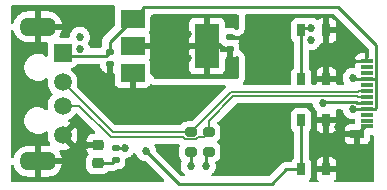
<source format=gbr>
%TF.GenerationSoftware,KiCad,Pcbnew,(6.0.7)*%
%TF.CreationDate,2023-02-04T21:02:38-08:00*%
%TF.ProjectId,ESP_Module,4553505f-4d6f-4647-956c-652e6b696361,rev?*%
%TF.SameCoordinates,Original*%
%TF.FileFunction,Copper,L4,Bot*%
%TF.FilePolarity,Positive*%
%FSLAX46Y46*%
G04 Gerber Fmt 4.6, Leading zero omitted, Abs format (unit mm)*
G04 Created by KiCad (PCBNEW (6.0.7)) date 2023-02-04 21:02:38*
%MOMM*%
%LPD*%
G01*
G04 APERTURE LIST*
G04 Aperture macros list*
%AMRoundRect*
0 Rectangle with rounded corners*
0 $1 Rounding radius*
0 $2 $3 $4 $5 $6 $7 $8 $9 X,Y pos of 4 corners*
0 Add a 4 corners polygon primitive as box body*
4,1,4,$2,$3,$4,$5,$6,$7,$8,$9,$2,$3,0*
0 Add four circle primitives for the rounded corners*
1,1,$1+$1,$2,$3*
1,1,$1+$1,$4,$5*
1,1,$1+$1,$6,$7*
1,1,$1+$1,$8,$9*
0 Add four rect primitives between the rounded corners*
20,1,$1+$1,$2,$3,$4,$5,0*
20,1,$1+$1,$4,$5,$6,$7,0*
20,1,$1+$1,$6,$7,$8,$9,0*
20,1,$1+$1,$8,$9,$2,$3,0*%
G04 Aperture macros list end*
%TA.AperFunction,ComponentPad*%
%ADD10R,1.508000X1.508000*%
%TD*%
%TA.AperFunction,ComponentPad*%
%ADD11C,1.508000*%
%TD*%
%TA.AperFunction,ComponentPad*%
%ADD12O,3.150000X1.575000*%
%TD*%
%TA.AperFunction,SMDPad,CuDef*%
%ADD13R,0.650000X1.050000*%
%TD*%
%TA.AperFunction,SMDPad,CuDef*%
%ADD14RoundRect,0.218750X-0.256250X0.218750X-0.256250X-0.218750X0.256250X-0.218750X0.256250X0.218750X0*%
%TD*%
%TA.AperFunction,SMDPad,CuDef*%
%ADD15RoundRect,0.200000X0.275000X-0.200000X0.275000X0.200000X-0.275000X0.200000X-0.275000X-0.200000X0*%
%TD*%
%TA.AperFunction,SMDPad,CuDef*%
%ADD16R,1.000000X0.380000*%
%TD*%
%TA.AperFunction,SMDPad,CuDef*%
%ADD17R,1.150000X0.700000*%
%TD*%
%TA.AperFunction,SMDPad,CuDef*%
%ADD18R,2.000000X1.500000*%
%TD*%
%TA.AperFunction,SMDPad,CuDef*%
%ADD19R,2.000000X3.800000*%
%TD*%
%TA.AperFunction,SMDPad,CuDef*%
%ADD20RoundRect,0.135000X-0.185000X0.135000X-0.185000X-0.135000X0.185000X-0.135000X0.185000X0.135000X0*%
%TD*%
%TA.AperFunction,SMDPad,CuDef*%
%ADD21RoundRect,0.140000X-0.170000X0.140000X-0.170000X-0.140000X0.170000X-0.140000X0.170000X0.140000X0*%
%TD*%
%TA.AperFunction,SMDPad,CuDef*%
%ADD22RoundRect,0.140000X0.170000X-0.140000X0.170000X0.140000X-0.170000X0.140000X-0.170000X-0.140000X0*%
%TD*%
%TA.AperFunction,ViaPad*%
%ADD23C,0.685800*%
%TD*%
%TA.AperFunction,Conductor*%
%ADD24C,0.254000*%
%TD*%
%TA.AperFunction,Conductor*%
%ADD25C,0.152400*%
%TD*%
G04 APERTURE END LIST*
D10*
%TO.P,J1,1,VCC*%
%TO.N,+5V*%
X120464000Y-101910000D03*
D11*
%TO.P,J1,2,D-*%
%TO.N,USB_D-*%
X120464000Y-104410000D03*
%TO.P,J1,3,D+*%
%TO.N,USB_D+*%
X120464000Y-106410000D03*
%TO.P,J1,4,GND*%
%TO.N,GND*%
X120464000Y-108910000D03*
D12*
%TO.P,J1,S1,SHIELD*%
X118364000Y-99710000D03*
%TO.P,J1,S2,SHIELD*%
X118364000Y-111110000D03*
%TD*%
D13*
%TO.P,SW2,1,A*%
%TO.N,MCU_BOOT*%
X140657000Y-111803000D03*
X140657000Y-107653000D03*
%TO.P,SW2,2,B*%
%TO.N,GND*%
X142807000Y-107653000D03*
X142807000Y-111803000D03*
%TD*%
D14*
%TO.P,D1,1,K*%
%TO.N,GND*%
X123444000Y-109702500D03*
%TO.P,D1,2,A*%
%TO.N,Net-(D1-Pad2)*%
X123444000Y-111277500D03*
%TD*%
D15*
%TO.P,R1,1*%
%TO.N,/MCU_D-*%
X131318000Y-110299000D03*
%TO.P,R1,2*%
%TO.N,USB_D-*%
X131318000Y-108649000D03*
%TD*%
D16*
%TO.P,P1,A1,GND*%
%TO.N,GND*%
X146264000Y-108160000D03*
%TO.P,P1,A2,TX1+*%
%TO.N,unconnected-(P1-PadA2)*%
X146264000Y-107660000D03*
%TO.P,P1,A3,TX1-*%
%TO.N,unconnected-(P1-PadA3)*%
X146264000Y-107160000D03*
%TO.P,P1,A4,VBUS*%
%TO.N,+5V*%
X146264000Y-106660000D03*
%TO.P,P1,A5,CC*%
%TO.N,Net-(P1-PadA5)*%
X146264000Y-106160000D03*
%TO.P,P1,A6,D+*%
%TO.N,USB_D+*%
X146264000Y-105660000D03*
%TO.P,P1,A7,D-*%
%TO.N,USB_D-*%
X146264000Y-105160000D03*
%TO.P,P1,A8,SBU1*%
%TO.N,unconnected-(P1-PadA8)*%
X146264000Y-104660000D03*
%TO.P,P1,A9,VBUS*%
%TO.N,+5V*%
X146264000Y-104160000D03*
%TO.P,P1,A10,RX2-*%
%TO.N,unconnected-(P1-PadA10)*%
X146264000Y-103660000D03*
%TO.P,P1,A11,RX2+*%
%TO.N,unconnected-(P1-PadA11)*%
X146264000Y-103160000D03*
%TO.P,P1,A12,GND*%
%TO.N,GND*%
X146264000Y-102660000D03*
D17*
%TO.P,P1,S1,SHIELD*%
X145424000Y-108830000D03*
%TD*%
D18*
%TO.P,U1,1,GND*%
%TO.N,GND*%
X126390000Y-103646000D03*
D19*
%TO.P,U1,2,VO*%
%TO.N,+3V3*%
X132690000Y-101346000D03*
D18*
X126390000Y-101346000D03*
%TO.P,U1,3,VI*%
%TO.N,+5V*%
X126390000Y-99046000D03*
%TD*%
D20*
%TO.P,R6,1*%
%TO.N,+3V3*%
X124968000Y-109980000D03*
%TO.P,R6,2*%
%TO.N,Net-(D1-Pad2)*%
X124968000Y-111000000D03*
%TD*%
D21*
%TO.P,C3,2*%
%TO.N,GND*%
X124460000Y-102842000D03*
%TO.P,C3,1*%
%TO.N,+5V*%
X124460000Y-101882000D03*
%TD*%
D22*
%TO.P,C4,1*%
%TO.N,+3V3*%
X134620000Y-101572000D03*
%TO.P,C4,2*%
%TO.N,GND*%
X134620000Y-100612000D03*
%TD*%
D13*
%TO.P,SW1,1,A*%
%TO.N,MCU_EN*%
X140657000Y-104183000D03*
X140657000Y-100033000D03*
%TO.P,SW1,2,B*%
%TO.N,GND*%
X142807000Y-100033000D03*
X142807000Y-104183000D03*
%TD*%
D15*
%TO.P,R2,1*%
%TO.N,/MCU_D+*%
X132842000Y-110299000D03*
%TO.P,R2,2*%
%TO.N,USB_D+*%
X132842000Y-108649000D03*
%TD*%
D23*
%TO.N,GND*%
X143764000Y-102108000D03*
X143764000Y-108204000D03*
%TO.N,Net-(P1-PadA5)*%
X142494000Y-106172000D03*
%TO.N,+3V3*%
X121920000Y-100584000D03*
X134620000Y-102362000D03*
X128270000Y-102362000D03*
X128270000Y-101346000D03*
X131064000Y-101346000D03*
X131064000Y-102362000D03*
X121920000Y-101600000D03*
X125730000Y-109982000D03*
X141478000Y-100838000D03*
X131064000Y-100330000D03*
X128270000Y-100330000D03*
%TO.N,GND*%
X122428000Y-109728000D03*
X126238000Y-106426000D03*
X136906000Y-103632000D03*
X136906000Y-100330000D03*
X134620000Y-108966000D03*
X136906000Y-101854000D03*
X129540000Y-109982000D03*
X144272000Y-110490000D03*
X136906000Y-108966000D03*
X144272000Y-100330000D03*
X136906000Y-110490000D03*
X136906000Y-107442000D03*
X122936000Y-104394000D03*
%TO.N,+5V*%
X145036051Y-104063600D03*
X145034000Y-106680000D03*
%TO.N,/MCU_D-*%
X131318000Y-111506000D03*
%TO.N,/MCU_D+*%
X132588000Y-111506000D03*
%TO.N,MCU_EN*%
X141478000Y-99822000D03*
%TO.N,MCU_BOOT*%
X127508000Y-110236000D03*
%TD*%
D24*
%TO.N,Net-(P1-PadA5)*%
X142582900Y-106083100D02*
X142494000Y-106172000D01*
X145281245Y-106083100D02*
X142582900Y-106083100D01*
X145358145Y-106160000D02*
X145281245Y-106083100D01*
X146264000Y-106160000D02*
X145358145Y-106160000D01*
%TO.N,+3V3*%
X134620000Y-101572000D02*
X134620000Y-102362000D01*
X125728000Y-109980000D02*
X125730000Y-109982000D01*
X124968000Y-109980000D02*
X125728000Y-109980000D01*
%TO.N,GND*%
X123444000Y-109702500D02*
X122453500Y-109702500D01*
X146094000Y-108160000D02*
X145424000Y-108830000D01*
X142807000Y-100033000D02*
X142807000Y-104183000D01*
X122453500Y-109702500D02*
X122428000Y-109728000D01*
X146264000Y-108160000D02*
X146094000Y-108160000D01*
X146264000Y-102660000D02*
X144824000Y-102660000D01*
X142807000Y-111803000D02*
X142807000Y-107653000D01*
%TO.N,+5V*%
X145132451Y-104160000D02*
X145036051Y-104063600D01*
X146962000Y-106660000D02*
X146264000Y-106660000D01*
X146962000Y-104160000D02*
X147018000Y-104216000D01*
X120464000Y-101910000D02*
X120750900Y-102196900D01*
X127392000Y-98044000D02*
X143764000Y-98044000D01*
X146264000Y-106660000D02*
X145054000Y-106660000D01*
X147018000Y-104696000D02*
X147018000Y-106604000D01*
X146264000Y-104160000D02*
X146962000Y-104160000D01*
X147018000Y-101298000D02*
X147018000Y-104696000D01*
X147018000Y-104216000D02*
X147018000Y-104696000D01*
X143764000Y-98044000D02*
X147018000Y-101298000D01*
X120750900Y-102196900D02*
X124145100Y-102196900D01*
X124145100Y-102196900D02*
X124460000Y-101882000D01*
X126390000Y-99046000D02*
X127392000Y-98044000D01*
X124460000Y-100976000D02*
X126390000Y-99046000D01*
X124460000Y-101882000D02*
X124460000Y-100976000D01*
X146264000Y-104160000D02*
X145132451Y-104160000D01*
X147018000Y-106604000D02*
X146962000Y-106660000D01*
X145054000Y-106660000D02*
X145034000Y-106680000D01*
D25*
%TO.N,USB_D+*%
X132842000Y-107699737D02*
X134928537Y-105613200D01*
X131760011Y-109252200D02*
X131956811Y-109055400D01*
X131956811Y-109055400D02*
X132435600Y-109055400D01*
X132435600Y-109055400D02*
X132842000Y-108649000D01*
X134928537Y-105613200D02*
X145467199Y-105613200D01*
X130875989Y-109252200D02*
X131760011Y-109252200D01*
X130679189Y-109055400D02*
X130875989Y-109252200D01*
X120464000Y-106410000D02*
X121889263Y-106410000D01*
X145513999Y-105660000D02*
X146264000Y-105660000D01*
X132842000Y-108649000D02*
X132842000Y-107699737D01*
X145467199Y-105613200D02*
X145513999Y-105660000D01*
X124534663Y-109055400D02*
X130679189Y-109055400D01*
X121889263Y-106410000D02*
X124534663Y-109055400D01*
%TO.N,USB_D-*%
X145467199Y-105206800D02*
X145513999Y-105160000D01*
X124703000Y-108649000D02*
X131318000Y-108649000D01*
X120464000Y-104410000D02*
X124703000Y-108649000D01*
X145513999Y-105160000D02*
X146264000Y-105160000D01*
X134760200Y-105206800D02*
X145467199Y-105206800D01*
X131318000Y-108649000D02*
X134760200Y-105206800D01*
D24*
%TO.N,/MCU_D-*%
X131318000Y-111506000D02*
X131318000Y-110299000D01*
%TO.N,/MCU_D+*%
X132588000Y-111506000D02*
X132588000Y-110553000D01*
X132588000Y-110553000D02*
X132842000Y-110299000D01*
%TO.N,MCU_EN*%
X140868000Y-99822000D02*
X140657000Y-100033000D01*
X140657000Y-104183000D02*
X140657000Y-100033000D01*
X141478000Y-99822000D02*
X140868000Y-99822000D01*
%TO.N,MCU_BOOT*%
X139403000Y-111803000D02*
X140657000Y-111803000D01*
X140657000Y-107653000D02*
X140657000Y-111803000D01*
X138176000Y-113030000D02*
X139403000Y-111803000D01*
X127508000Y-110236000D02*
X130302000Y-113030000D01*
X130302000Y-113030000D02*
X138176000Y-113030000D01*
%TO.N,Net-(D1-Pad2)*%
X124690500Y-111277500D02*
X124968000Y-111000000D01*
X123444000Y-111277500D02*
X124690500Y-111277500D01*
%TD*%
%TA.AperFunction,Conductor*%
%TO.N,GND*%
G36*
X141595302Y-106217902D02*
G01*
X141641795Y-106271558D01*
X141652491Y-106310728D01*
X141656618Y-106349991D01*
X141711923Y-106520203D01*
X141715226Y-106525925D01*
X141715227Y-106525926D01*
X141715598Y-106526568D01*
X141801409Y-106675197D01*
X141805827Y-106680104D01*
X141805828Y-106680105D01*
X141883537Y-106766410D01*
X141921164Y-106808199D01*
X141952162Y-106830721D01*
X141995516Y-106886941D01*
X142001592Y-106957677D01*
X141996083Y-106976885D01*
X141983522Y-107010391D01*
X141979895Y-107025649D01*
X141974369Y-107076514D01*
X141974000Y-107083328D01*
X141974000Y-107380885D01*
X141978475Y-107396124D01*
X141979865Y-107397329D01*
X141987548Y-107399000D01*
X143621884Y-107399000D01*
X143637123Y-107394525D01*
X143638328Y-107393135D01*
X143639999Y-107385452D01*
X143639999Y-107083331D01*
X143639629Y-107076510D01*
X143634105Y-107025648D01*
X143630478Y-107010394D01*
X143584906Y-106888829D01*
X143579723Y-106818022D01*
X143613644Y-106755653D01*
X143675899Y-106721524D01*
X143702888Y-106718600D01*
X144068516Y-106718600D01*
X144136637Y-106738602D01*
X144183130Y-106792258D01*
X144193826Y-106831428D01*
X144194722Y-106839948D01*
X144196618Y-106857991D01*
X144251923Y-107028203D01*
X144255226Y-107033925D01*
X144255227Y-107033926D01*
X144283749Y-107083328D01*
X144341409Y-107183197D01*
X144461164Y-107316199D01*
X144466506Y-107320080D01*
X144466508Y-107320082D01*
X144577369Y-107400627D01*
X144605955Y-107421396D01*
X144611983Y-107424080D01*
X144611985Y-107424081D01*
X144763423Y-107491505D01*
X144769454Y-107494190D01*
X144856984Y-107512795D01*
X144938057Y-107530028D01*
X144938061Y-107530028D01*
X144944514Y-107531400D01*
X145123486Y-107531400D01*
X145123486Y-107532767D01*
X145186170Y-107544231D01*
X145238016Y-107592734D01*
X145255500Y-107656768D01*
X145255500Y-107846001D01*
X145235498Y-107914122D01*
X145181842Y-107960615D01*
X145129500Y-107972001D01*
X144804331Y-107972001D01*
X144797510Y-107972371D01*
X144746648Y-107977895D01*
X144731396Y-107981521D01*
X144610946Y-108026676D01*
X144595351Y-108035214D01*
X144493276Y-108111715D01*
X144480715Y-108124276D01*
X144404214Y-108226351D01*
X144395676Y-108241946D01*
X144350522Y-108362394D01*
X144346895Y-108377649D01*
X144341369Y-108428514D01*
X144341000Y-108435328D01*
X144341000Y-108557885D01*
X144345475Y-108573124D01*
X144346865Y-108574329D01*
X144354548Y-108576000D01*
X145552000Y-108576000D01*
X145620121Y-108596002D01*
X145666614Y-108649658D01*
X145678000Y-108702000D01*
X145678000Y-109669884D01*
X145682475Y-109685123D01*
X145683865Y-109686328D01*
X145691548Y-109687999D01*
X146043669Y-109687999D01*
X146050490Y-109687629D01*
X146101352Y-109682105D01*
X146116604Y-109678479D01*
X146237054Y-109633324D01*
X146252649Y-109624786D01*
X146354724Y-109548285D01*
X146367285Y-109535724D01*
X146443786Y-109433649D01*
X146452324Y-109418054D01*
X146497478Y-109297606D01*
X146501105Y-109282351D01*
X146506631Y-109231486D01*
X146507000Y-109224672D01*
X146507000Y-108983999D01*
X146527002Y-108915878D01*
X146580658Y-108869385D01*
X146633000Y-108857999D01*
X146685500Y-108857999D01*
X146753621Y-108878001D01*
X146800114Y-108931657D01*
X146811500Y-108983999D01*
X146811500Y-112775500D01*
X146791498Y-112843621D01*
X146737842Y-112890114D01*
X146685500Y-112901500D01*
X143586699Y-112901500D01*
X143518578Y-112881498D01*
X143472085Y-112827842D01*
X143461981Y-112757568D01*
X143491475Y-112692988D01*
X143497604Y-112686405D01*
X143500285Y-112683724D01*
X143576786Y-112581649D01*
X143585324Y-112566054D01*
X143630478Y-112445606D01*
X143634105Y-112430351D01*
X143639631Y-112379486D01*
X143640000Y-112372672D01*
X143640000Y-112075115D01*
X143635525Y-112059876D01*
X143634135Y-112058671D01*
X143626452Y-112057000D01*
X141992116Y-112057000D01*
X141976877Y-112061475D01*
X141975672Y-112062865D01*
X141974001Y-112070548D01*
X141974001Y-112372669D01*
X141974371Y-112379490D01*
X141979895Y-112430352D01*
X141983521Y-112445604D01*
X142028676Y-112566054D01*
X142037214Y-112581649D01*
X142113715Y-112683724D01*
X142116396Y-112686405D01*
X142118200Y-112689708D01*
X142119096Y-112690904D01*
X142118923Y-112691033D01*
X142150422Y-112748717D01*
X142145357Y-112819532D01*
X142102810Y-112876368D01*
X142036290Y-112901179D01*
X142027301Y-112901500D01*
X141437413Y-112901500D01*
X141369292Y-112881498D01*
X141322799Y-112827842D01*
X141312695Y-112757568D01*
X141341789Y-112693863D01*
X141345261Y-112691261D01*
X141432615Y-112574705D01*
X141483745Y-112438316D01*
X141490500Y-112376134D01*
X141490500Y-111530885D01*
X141974000Y-111530885D01*
X141978475Y-111546124D01*
X141979865Y-111547329D01*
X141987548Y-111549000D01*
X142534885Y-111549000D01*
X142550124Y-111544525D01*
X142551329Y-111543135D01*
X142553000Y-111535452D01*
X142553000Y-111530885D01*
X143061000Y-111530885D01*
X143065475Y-111546124D01*
X143066865Y-111547329D01*
X143074548Y-111549000D01*
X143621884Y-111549000D01*
X143637123Y-111544525D01*
X143638328Y-111543135D01*
X143639999Y-111535452D01*
X143639999Y-111233331D01*
X143639629Y-111226510D01*
X143634105Y-111175648D01*
X143630479Y-111160396D01*
X143585324Y-111039946D01*
X143576786Y-111024351D01*
X143500285Y-110922276D01*
X143487724Y-110909715D01*
X143385649Y-110833214D01*
X143370054Y-110824676D01*
X143249606Y-110779522D01*
X143234351Y-110775895D01*
X143183486Y-110770369D01*
X143176672Y-110770000D01*
X143079115Y-110770000D01*
X143063876Y-110774475D01*
X143062671Y-110775865D01*
X143061000Y-110783548D01*
X143061000Y-111530885D01*
X142553000Y-111530885D01*
X142553000Y-110788116D01*
X142548525Y-110772877D01*
X142547135Y-110771672D01*
X142539452Y-110770001D01*
X142437331Y-110770001D01*
X142430510Y-110770371D01*
X142379648Y-110775895D01*
X142364396Y-110779521D01*
X142243946Y-110824676D01*
X142228351Y-110833214D01*
X142126276Y-110909715D01*
X142113715Y-110922276D01*
X142037214Y-111024351D01*
X142028676Y-111039946D01*
X141983522Y-111160394D01*
X141979895Y-111175649D01*
X141974369Y-111226514D01*
X141974000Y-111233328D01*
X141974000Y-111530885D01*
X141490500Y-111530885D01*
X141490500Y-111229866D01*
X141483745Y-111167684D01*
X141432615Y-111031295D01*
X141345261Y-110914739D01*
X141338081Y-110909358D01*
X141331731Y-110903008D01*
X141333870Y-110900869D01*
X141300423Y-110856145D01*
X141292500Y-110812170D01*
X141292500Y-109224669D01*
X144341001Y-109224669D01*
X144341371Y-109231490D01*
X144346895Y-109282352D01*
X144350521Y-109297604D01*
X144395676Y-109418054D01*
X144404214Y-109433649D01*
X144480715Y-109535724D01*
X144493276Y-109548285D01*
X144595351Y-109624786D01*
X144610946Y-109633324D01*
X144731394Y-109678478D01*
X144746649Y-109682105D01*
X144797514Y-109687631D01*
X144804328Y-109688000D01*
X145151885Y-109688000D01*
X145167124Y-109683525D01*
X145168329Y-109682135D01*
X145170000Y-109674452D01*
X145170000Y-109102115D01*
X145165525Y-109086876D01*
X145164135Y-109085671D01*
X145156452Y-109084000D01*
X144359116Y-109084000D01*
X144343877Y-109088475D01*
X144342672Y-109089865D01*
X144341001Y-109097548D01*
X144341001Y-109224669D01*
X141292500Y-109224669D01*
X141292500Y-108643830D01*
X141312502Y-108575709D01*
X141332721Y-108553982D01*
X141331731Y-108552992D01*
X141338081Y-108546642D01*
X141345261Y-108541261D01*
X141432615Y-108424705D01*
X141483745Y-108288316D01*
X141490500Y-108226134D01*
X141490500Y-108222669D01*
X141974001Y-108222669D01*
X141974371Y-108229490D01*
X141979895Y-108280352D01*
X141983521Y-108295604D01*
X142028676Y-108416054D01*
X142037214Y-108431649D01*
X142113715Y-108533724D01*
X142126276Y-108546285D01*
X142228351Y-108622786D01*
X142243946Y-108631324D01*
X142364394Y-108676478D01*
X142379649Y-108680105D01*
X142430514Y-108685631D01*
X142437328Y-108686000D01*
X142534885Y-108686000D01*
X142550124Y-108681525D01*
X142551329Y-108680135D01*
X142553000Y-108672452D01*
X142553000Y-108667884D01*
X143061000Y-108667884D01*
X143065475Y-108683123D01*
X143066865Y-108684328D01*
X143074548Y-108685999D01*
X143176669Y-108685999D01*
X143183490Y-108685629D01*
X143234352Y-108680105D01*
X143249604Y-108676479D01*
X143370054Y-108631324D01*
X143385649Y-108622786D01*
X143487724Y-108546285D01*
X143500285Y-108533724D01*
X143576786Y-108431649D01*
X143585324Y-108416054D01*
X143630478Y-108295606D01*
X143634105Y-108280351D01*
X143639631Y-108229486D01*
X143640000Y-108222672D01*
X143640000Y-107925115D01*
X143635525Y-107909876D01*
X143634135Y-107908671D01*
X143626452Y-107907000D01*
X143079115Y-107907000D01*
X143063876Y-107911475D01*
X143062671Y-107912865D01*
X143061000Y-107920548D01*
X143061000Y-108667884D01*
X142553000Y-108667884D01*
X142553000Y-107925115D01*
X142548525Y-107909876D01*
X142547135Y-107908671D01*
X142539452Y-107907000D01*
X141992116Y-107907000D01*
X141976877Y-107911475D01*
X141975672Y-107912865D01*
X141974001Y-107920548D01*
X141974001Y-108222669D01*
X141490500Y-108222669D01*
X141490500Y-107079866D01*
X141483745Y-107017684D01*
X141432615Y-106881295D01*
X141345261Y-106764739D01*
X141228705Y-106677385D01*
X141092316Y-106626255D01*
X141030134Y-106619500D01*
X140283866Y-106619500D01*
X140221684Y-106626255D01*
X140085295Y-106677385D01*
X139968739Y-106764739D01*
X139881385Y-106881295D01*
X139830255Y-107017684D01*
X139823500Y-107079866D01*
X139823500Y-108226134D01*
X139830255Y-108288316D01*
X139881385Y-108424705D01*
X139968739Y-108541261D01*
X139975919Y-108546642D01*
X139982269Y-108552992D01*
X139980130Y-108555131D01*
X140013577Y-108599855D01*
X140021500Y-108643830D01*
X140021500Y-110812170D01*
X140001498Y-110880291D01*
X139981279Y-110902018D01*
X139982269Y-110903008D01*
X139975919Y-110909358D01*
X139968739Y-110914739D01*
X139963358Y-110921919D01*
X139886767Y-111024113D01*
X139886765Y-111024116D01*
X139881385Y-111031295D01*
X139870385Y-111060639D01*
X139860979Y-111085729D01*
X139818338Y-111142494D01*
X139751777Y-111167194D01*
X139742997Y-111167500D01*
X139482020Y-111167500D01*
X139470786Y-111166970D01*
X139463281Y-111165292D01*
X139395571Y-111167420D01*
X139394988Y-111167438D01*
X139391031Y-111167500D01*
X139363017Y-111167500D01*
X139359092Y-111167996D01*
X139359091Y-111167996D01*
X139358996Y-111168008D01*
X139347151Y-111168941D01*
X139317330Y-111169878D01*
X139310718Y-111170086D01*
X139310717Y-111170086D01*
X139302795Y-111170335D01*
X139284880Y-111175540D01*
X139283252Y-111176013D01*
X139263888Y-111180023D01*
X139251560Y-111181580D01*
X139251558Y-111181580D01*
X139243701Y-111182573D01*
X139236337Y-111185489D01*
X139236332Y-111185490D01*
X139202444Y-111198907D01*
X139191215Y-111202752D01*
X139174535Y-111207598D01*
X139148607Y-111215131D01*
X139141780Y-111219169D01*
X139141777Y-111219170D01*
X139131094Y-111225488D01*
X139113336Y-111234188D01*
X139101785Y-111238761D01*
X139101779Y-111238765D01*
X139094412Y-111241681D01*
X139088001Y-111246339D01*
X139087999Y-111246340D01*
X139058512Y-111267764D01*
X139048590Y-111274281D01*
X139017232Y-111292826D01*
X139017228Y-111292829D01*
X139010402Y-111296866D01*
X138996018Y-111311250D01*
X138980984Y-111324091D01*
X138973072Y-111329839D01*
X138964513Y-111336058D01*
X138937696Y-111368475D01*
X138936223Y-111370255D01*
X138928233Y-111379035D01*
X137949672Y-112357595D01*
X137887360Y-112391621D01*
X137860577Y-112394500D01*
X133201362Y-112394500D01*
X133133241Y-112374498D01*
X133086748Y-112320842D01*
X133076644Y-112250568D01*
X133106138Y-112185988D01*
X133127298Y-112166566D01*
X133160836Y-112142199D01*
X133196755Y-112102307D01*
X133276172Y-112014105D01*
X133276173Y-112014104D01*
X133280591Y-112009197D01*
X133370077Y-111854203D01*
X133409627Y-111732481D01*
X133423342Y-111690270D01*
X133423342Y-111690269D01*
X133425382Y-111683991D01*
X133444090Y-111506000D01*
X133425382Y-111328009D01*
X133405356Y-111266375D01*
X133403328Y-111195409D01*
X133439991Y-111134611D01*
X133459918Y-111119664D01*
X133461545Y-111118679D01*
X133557381Y-111060639D01*
X133678639Y-110939381D01*
X133767472Y-110792699D01*
X133771602Y-110779522D01*
X133790517Y-110719164D01*
X133818753Y-110629062D01*
X133825500Y-110555635D01*
X133825499Y-110042366D01*
X133825234Y-110039474D01*
X133819364Y-109975592D01*
X133818753Y-109968938D01*
X133796717Y-109898621D01*
X133769744Y-109812550D01*
X133769743Y-109812548D01*
X133767472Y-109805301D01*
X133678639Y-109658619D01*
X133583115Y-109563095D01*
X133549089Y-109500783D01*
X133554154Y-109429968D01*
X133583115Y-109384905D01*
X133678639Y-109289381D01*
X133767472Y-109142699D01*
X133818753Y-108979062D01*
X133825500Y-108905635D01*
X133825499Y-108392366D01*
X133824226Y-108378502D01*
X133819364Y-108325592D01*
X133818753Y-108318938D01*
X133791663Y-108232493D01*
X133769744Y-108162550D01*
X133769743Y-108162548D01*
X133767472Y-108155301D01*
X133678639Y-108008619D01*
X133608419Y-107938399D01*
X133574393Y-107876087D01*
X133579458Y-107805272D01*
X133608419Y-107760209D01*
X135133822Y-106234805D01*
X135196134Y-106200780D01*
X135222917Y-106197900D01*
X141527181Y-106197900D01*
X141595302Y-106217902D01*
G37*
%TD.AperFunction*%
%TA.AperFunction,Conductor*%
G36*
X124874740Y-97938502D02*
G01*
X124921233Y-97992158D01*
X124931337Y-98062432D01*
X124924601Y-98088729D01*
X124891029Y-98178282D01*
X124891027Y-98178288D01*
X124888255Y-98185684D01*
X124881500Y-98247866D01*
X124881500Y-99603577D01*
X124861498Y-99671698D01*
X124844595Y-99692672D01*
X124066517Y-100470750D01*
X124058191Y-100478326D01*
X124051697Y-100482447D01*
X124046274Y-100488222D01*
X124004915Y-100532265D01*
X124002160Y-100535107D01*
X123982361Y-100554906D01*
X123979937Y-100558031D01*
X123979929Y-100558040D01*
X123979863Y-100558126D01*
X123972155Y-100567151D01*
X123941783Y-100599494D01*
X123937965Y-100606438D01*
X123937964Y-100606440D01*
X123931978Y-100617329D01*
X123921127Y-100633847D01*
X123908650Y-100649933D01*
X123891024Y-100690666D01*
X123885807Y-100701314D01*
X123864431Y-100740197D01*
X123862460Y-100747872D01*
X123862458Y-100747878D01*
X123859369Y-100759911D01*
X123852966Y-100778613D01*
X123844883Y-100797292D01*
X123843644Y-100805117D01*
X123837940Y-100841127D01*
X123835535Y-100852740D01*
X123824500Y-100895718D01*
X123824500Y-100916065D01*
X123822949Y-100935776D01*
X123821005Y-100948050D01*
X123819765Y-100955879D01*
X123820511Y-100963771D01*
X123823941Y-101000056D01*
X123824500Y-101011914D01*
X123824500Y-101238193D01*
X123804498Y-101306314D01*
X123787595Y-101327288D01*
X123773512Y-101341371D01*
X123690106Y-101482403D01*
X123688875Y-101486640D01*
X123644465Y-101540014D01*
X123574237Y-101561400D01*
X122885484Y-101561400D01*
X122817363Y-101541398D01*
X122770870Y-101487742D01*
X122760174Y-101448572D01*
X122758072Y-101428572D01*
X122758072Y-101428570D01*
X122757382Y-101422009D01*
X122702077Y-101251797D01*
X122646191Y-101155000D01*
X122629453Y-101086005D01*
X122646191Y-101029000D01*
X122662343Y-101001025D01*
X122702077Y-100932203D01*
X122743370Y-100805117D01*
X122755342Y-100768270D01*
X122755342Y-100768269D01*
X122757382Y-100761991D01*
X122774462Y-100599494D01*
X122775400Y-100590565D01*
X122776090Y-100584000D01*
X122773864Y-100562819D01*
X122758072Y-100412573D01*
X122758072Y-100412572D01*
X122757382Y-100406009D01*
X122738457Y-100347762D01*
X122704119Y-100242082D01*
X122702077Y-100235797D01*
X122612591Y-100080803D01*
X122552227Y-100013761D01*
X122497258Y-99952712D01*
X122497257Y-99952711D01*
X122492836Y-99947801D01*
X122348045Y-99842604D01*
X122342017Y-99839920D01*
X122342015Y-99839919D01*
X122190577Y-99772495D01*
X122190576Y-99772495D01*
X122184546Y-99769810D01*
X122097016Y-99751205D01*
X122015943Y-99733972D01*
X122015939Y-99733972D01*
X122009486Y-99732600D01*
X121830514Y-99732600D01*
X121824061Y-99733972D01*
X121824057Y-99733972D01*
X121742984Y-99751205D01*
X121655454Y-99769810D01*
X121649424Y-99772495D01*
X121649423Y-99772495D01*
X121497985Y-99839919D01*
X121497983Y-99839920D01*
X121491955Y-99842604D01*
X121347164Y-99947801D01*
X121342743Y-99952711D01*
X121342742Y-99952712D01*
X121287774Y-100013761D01*
X121227409Y-100080803D01*
X121137923Y-100235797D01*
X121135881Y-100242082D01*
X121101544Y-100347762D01*
X121082618Y-100406009D01*
X121081928Y-100412572D01*
X121081928Y-100412573D01*
X121079898Y-100431890D01*
X121074736Y-100481005D01*
X121069095Y-100534671D01*
X121042082Y-100600327D01*
X120983860Y-100640957D01*
X120943785Y-100647500D01*
X120318614Y-100647500D01*
X120250493Y-100627498D01*
X120204000Y-100573842D01*
X120193896Y-100503568D01*
X120215401Y-100449230D01*
X120274562Y-100364739D01*
X120280048Y-100355238D01*
X120371199Y-100159762D01*
X120374945Y-100149470D01*
X120419953Y-99981497D01*
X120419617Y-99967401D01*
X120411675Y-99964000D01*
X118636115Y-99964000D01*
X118620876Y-99968475D01*
X118619671Y-99969865D01*
X118618000Y-99977548D01*
X118618000Y-100987385D01*
X118622475Y-101002624D01*
X118623865Y-101003829D01*
X118631548Y-101005500D01*
X119075500Y-101005500D01*
X119143621Y-101025502D01*
X119190114Y-101079158D01*
X119201500Y-101131500D01*
X119201500Y-102120162D01*
X119181498Y-102188283D01*
X119127842Y-102234776D01*
X119057568Y-102244880D01*
X119007153Y-102226015D01*
X118946776Y-102187029D01*
X118893046Y-102152336D01*
X118893043Y-102152335D01*
X118888009Y-102149084D01*
X118687396Y-102068234D01*
X118681515Y-102067086D01*
X118681510Y-102067084D01*
X118479559Y-102027646D01*
X118479556Y-102027646D01*
X118475113Y-102026778D01*
X118469429Y-102026500D01*
X118309959Y-102026500D01*
X118148685Y-102041887D01*
X117941140Y-102102774D01*
X117935813Y-102105518D01*
X117935812Y-102105518D01*
X117754183Y-102199063D01*
X117754180Y-102199065D01*
X117748852Y-102201809D01*
X117744137Y-102205513D01*
X117583478Y-102331711D01*
X117583473Y-102331715D01*
X117578761Y-102335417D01*
X117574830Y-102339947D01*
X117574829Y-102339948D01*
X117440933Y-102494248D01*
X117440929Y-102494253D01*
X117437002Y-102498779D01*
X117328693Y-102685999D01*
X117297991Y-102774412D01*
X117268380Y-102859684D01*
X117257740Y-102890323D01*
X117256879Y-102896258D01*
X117256879Y-102896260D01*
X117228736Y-103090359D01*
X117226703Y-103104377D01*
X117236704Y-103320438D01*
X117238108Y-103326263D01*
X117238108Y-103326264D01*
X117280491Y-103502124D01*
X117287380Y-103530710D01*
X117289862Y-103536168D01*
X117289863Y-103536172D01*
X117330393Y-103625312D01*
X117376903Y-103727606D01*
X117502043Y-103904021D01*
X117658285Y-104053590D01*
X117663320Y-104056841D01*
X117834954Y-104167664D01*
X117834957Y-104167665D01*
X117839991Y-104170916D01*
X118040604Y-104251766D01*
X118046485Y-104252914D01*
X118046490Y-104252916D01*
X118248441Y-104292354D01*
X118248444Y-104292354D01*
X118252887Y-104293222D01*
X118258571Y-104293500D01*
X118418041Y-104293500D01*
X118579315Y-104278113D01*
X118786860Y-104217226D01*
X118814693Y-104202891D01*
X118973817Y-104120937D01*
X118973820Y-104120935D01*
X118979148Y-104118191D01*
X119011441Y-104092824D01*
X119077368Y-104066474D01*
X119147074Y-104079949D01*
X119198429Y-104128971D01*
X119214796Y-104202891D01*
X119206875Y-104293432D01*
X119196677Y-104410000D01*
X119215930Y-104630068D01*
X119273106Y-104843450D01*
X119275428Y-104848431D01*
X119275429Y-104848432D01*
X119281762Y-104862012D01*
X119366466Y-105043661D01*
X119493174Y-105224620D01*
X119589459Y-105320905D01*
X119623485Y-105383217D01*
X119618420Y-105454032D01*
X119589459Y-105499095D01*
X119493174Y-105595380D01*
X119366466Y-105776339D01*
X119273106Y-105976550D01*
X119215930Y-106189932D01*
X119196677Y-106410000D01*
X119210717Y-106570476D01*
X119214886Y-106618133D01*
X119200897Y-106687737D01*
X119151497Y-106738730D01*
X119082371Y-106754920D01*
X119021017Y-106734966D01*
X118893046Y-106652336D01*
X118893043Y-106652335D01*
X118888009Y-106649084D01*
X118687396Y-106568234D01*
X118681515Y-106567086D01*
X118681510Y-106567084D01*
X118479559Y-106527646D01*
X118479556Y-106527646D01*
X118475113Y-106526778D01*
X118469429Y-106526500D01*
X118309959Y-106526500D01*
X118148685Y-106541887D01*
X117941140Y-106602774D01*
X117935813Y-106605518D01*
X117935812Y-106605518D01*
X117754183Y-106699063D01*
X117754180Y-106699065D01*
X117748852Y-106701809D01*
X117744137Y-106705513D01*
X117583478Y-106831711D01*
X117583473Y-106831715D01*
X117578761Y-106835417D01*
X117574830Y-106839947D01*
X117574829Y-106839948D01*
X117440933Y-106994248D01*
X117440929Y-106994253D01*
X117437002Y-106998779D01*
X117328693Y-107185999D01*
X117257740Y-107390323D01*
X117256879Y-107396258D01*
X117256879Y-107396260D01*
X117228597Y-107591317D01*
X117226703Y-107604377D01*
X117236704Y-107820438D01*
X117238108Y-107826263D01*
X117238108Y-107826264D01*
X117283847Y-108016049D01*
X117287380Y-108030710D01*
X117376903Y-108227606D01*
X117441689Y-108318938D01*
X117495821Y-108395249D01*
X117502043Y-108404021D01*
X117658285Y-108553590D01*
X117663320Y-108556841D01*
X117834954Y-108667664D01*
X117834957Y-108667665D01*
X117839991Y-108670916D01*
X118040604Y-108751766D01*
X118046485Y-108752914D01*
X118046490Y-108752916D01*
X118248441Y-108792354D01*
X118248444Y-108792354D01*
X118252887Y-108793222D01*
X118258571Y-108793500D01*
X118418041Y-108793500D01*
X118579315Y-108778113D01*
X118786860Y-108717226D01*
X118792188Y-108714482D01*
X118973817Y-108620937D01*
X118973820Y-108620935D01*
X118979148Y-108618191D01*
X119011983Y-108592399D01*
X119077909Y-108566050D01*
X119147615Y-108579525D01*
X119198970Y-108628548D01*
X119215336Y-108702468D01*
X119197658Y-108904525D01*
X119197658Y-108915475D01*
X119215946Y-109124501D01*
X119217849Y-109135296D01*
X119272155Y-109337968D01*
X119275901Y-109348260D01*
X119364578Y-109538429D01*
X119370056Y-109547915D01*
X119424488Y-109625653D01*
X119447176Y-109692926D01*
X119429891Y-109761787D01*
X119378121Y-109810371D01*
X119310293Y-109823443D01*
X119210813Y-109814739D01*
X119205327Y-109814500D01*
X118636115Y-109814500D01*
X118620876Y-109818975D01*
X118619671Y-109820365D01*
X118618000Y-109828048D01*
X118618000Y-110837885D01*
X118622475Y-110853124D01*
X118623865Y-110854329D01*
X118631548Y-110856000D01*
X120406526Y-110856000D01*
X120420057Y-110852027D01*
X120421286Y-110843478D01*
X120374945Y-110670530D01*
X120371199Y-110660238D01*
X120280045Y-110464757D01*
X120274567Y-110455271D01*
X120209494Y-110362336D01*
X120186806Y-110295062D01*
X120204091Y-110226202D01*
X120255861Y-110177618D01*
X120323689Y-110164545D01*
X120458525Y-110176342D01*
X120469475Y-110176342D01*
X120678501Y-110158054D01*
X120689296Y-110156151D01*
X120891968Y-110101845D01*
X120902260Y-110098099D01*
X121092424Y-110009425D01*
X121101919Y-110003942D01*
X121144021Y-109974462D01*
X121152396Y-109963985D01*
X121145328Y-109950538D01*
X120193885Y-108999095D01*
X120159859Y-108936783D01*
X120161694Y-108911132D01*
X120828408Y-108911132D01*
X120828539Y-108912965D01*
X120832790Y-108919580D01*
X121505259Y-109592049D01*
X121517033Y-109598479D01*
X121529049Y-109589183D01*
X121557945Y-109547915D01*
X121563423Y-109538425D01*
X121652099Y-109348260D01*
X121655845Y-109337968D01*
X121710151Y-109135296D01*
X121712054Y-109124501D01*
X121730342Y-108915475D01*
X121730342Y-108904525D01*
X121712054Y-108695499D01*
X121710151Y-108684704D01*
X121655845Y-108482032D01*
X121652099Y-108471740D01*
X121563423Y-108281575D01*
X121557945Y-108272085D01*
X121528461Y-108229978D01*
X121517985Y-108221604D01*
X121504537Y-108228673D01*
X120836022Y-108897188D01*
X120828408Y-108911132D01*
X120161694Y-108911132D01*
X120164924Y-108865968D01*
X120193885Y-108820905D01*
X121146049Y-107868741D01*
X121152479Y-107856966D01*
X121143183Y-107844951D01*
X121101919Y-107816058D01*
X121092424Y-107810575D01*
X121014997Y-107774471D01*
X120961712Y-107727554D01*
X120942251Y-107659277D01*
X120962793Y-107591317D01*
X121014997Y-107546081D01*
X121097662Y-107507534D01*
X121103652Y-107503340D01*
X121274109Y-107383985D01*
X121274112Y-107383983D01*
X121278620Y-107380826D01*
X121434826Y-107224620D01*
X121530798Y-107087557D01*
X121586255Y-107043229D01*
X121656874Y-107035920D01*
X121723106Y-107070733D01*
X123196889Y-108544516D01*
X123230914Y-108606827D01*
X123225849Y-108677642D01*
X123183302Y-108734478D01*
X123120798Y-108758937D01*
X123044979Y-108766805D01*
X123031583Y-108769697D01*
X122884313Y-108818830D01*
X122871134Y-108825004D01*
X122739486Y-108906470D01*
X122728085Y-108915506D01*
X122618702Y-109025080D01*
X122609690Y-109036491D01*
X122528447Y-109168291D01*
X122522303Y-109181468D01*
X122473421Y-109328843D01*
X122470555Y-109342210D01*
X122461386Y-109431700D01*
X122465475Y-109445624D01*
X122466865Y-109446829D01*
X122474548Y-109448500D01*
X123572000Y-109448500D01*
X123640121Y-109468502D01*
X123686614Y-109522158D01*
X123698000Y-109574500D01*
X123698000Y-109830500D01*
X123677998Y-109898621D01*
X123624342Y-109945114D01*
X123572000Y-109956500D01*
X122479115Y-109956500D01*
X122463876Y-109960975D01*
X122462671Y-109962365D01*
X122461158Y-109969321D01*
X122461337Y-109972782D01*
X122470804Y-110064021D01*
X122473697Y-110077417D01*
X122522830Y-110224687D01*
X122529004Y-110237866D01*
X122610470Y-110369514D01*
X122619506Y-110380915D01*
X122639158Y-110400533D01*
X122673237Y-110462816D01*
X122668234Y-110533636D01*
X122639314Y-110578723D01*
X122613136Y-110604947D01*
X122609296Y-110611177D01*
X122609295Y-110611178D01*
X122604967Y-110618199D01*
X122524151Y-110749308D01*
X122521846Y-110756256D01*
X122521846Y-110756257D01*
X122486649Y-110862373D01*
X122470762Y-110910269D01*
X122460500Y-111010428D01*
X122460500Y-111544572D01*
X122471022Y-111645982D01*
X122524692Y-111806849D01*
X122613929Y-111951055D01*
X122733947Y-112070864D01*
X122878308Y-112159849D01*
X122885256Y-112162154D01*
X122885257Y-112162154D01*
X123032738Y-112211072D01*
X123032740Y-112211072D01*
X123039269Y-112213238D01*
X123139428Y-112223500D01*
X123748572Y-112223500D01*
X123751818Y-112223163D01*
X123751822Y-112223163D01*
X123785603Y-112219658D01*
X123849982Y-112212978D01*
X124010849Y-112159308D01*
X124155055Y-112070071D01*
X124274864Y-111950053D01*
X124277223Y-111952408D01*
X124323053Y-111919871D01*
X124364093Y-111913000D01*
X124611480Y-111913000D01*
X124622714Y-111913530D01*
X124630219Y-111915208D01*
X124698512Y-111913062D01*
X124702469Y-111913000D01*
X124730483Y-111913000D01*
X124734408Y-111912504D01*
X124734409Y-111912504D01*
X124734504Y-111912492D01*
X124746349Y-111911559D01*
X124776170Y-111910622D01*
X124782782Y-111910414D01*
X124782783Y-111910414D01*
X124790705Y-111910165D01*
X124810249Y-111904487D01*
X124829612Y-111900477D01*
X124841940Y-111898920D01*
X124841942Y-111898920D01*
X124849799Y-111897927D01*
X124857163Y-111895011D01*
X124857168Y-111895010D01*
X124891056Y-111881593D01*
X124902285Y-111877748D01*
X124918965Y-111872902D01*
X124944893Y-111865369D01*
X124951720Y-111861331D01*
X124951723Y-111861330D01*
X124962406Y-111855012D01*
X124980164Y-111846312D01*
X124991715Y-111841739D01*
X124991721Y-111841735D01*
X124999088Y-111838819D01*
X125034991Y-111812734D01*
X125044911Y-111806218D01*
X125062113Y-111796045D01*
X125126251Y-111778499D01*
X125217988Y-111778499D01*
X125254466Y-111775629D01*
X125351270Y-111747505D01*
X125402983Y-111732481D01*
X125402985Y-111732480D01*
X125410596Y-111730269D01*
X125542060Y-111652522D01*
X125543720Y-111651540D01*
X125550541Y-111647506D01*
X125665506Y-111532541D01*
X125748269Y-111392596D01*
X125755628Y-111367268D01*
X125791834Y-111242644D01*
X125793629Y-111236466D01*
X125794149Y-111229866D01*
X125796307Y-111202444D01*
X125796307Y-111202438D01*
X125796500Y-111199989D01*
X125796499Y-110940318D01*
X125816501Y-110872199D01*
X125870156Y-110825706D01*
X125896302Y-110817072D01*
X125919907Y-110812055D01*
X125988088Y-110797563D01*
X125988091Y-110797562D01*
X125994546Y-110796190D01*
X126022941Y-110783548D01*
X126152015Y-110726081D01*
X126152017Y-110726080D01*
X126158045Y-110723396D01*
X126230809Y-110670530D01*
X126297492Y-110622082D01*
X126297494Y-110622080D01*
X126302836Y-110618199D01*
X126359170Y-110555634D01*
X126418172Y-110490105D01*
X126418173Y-110490104D01*
X126422591Y-110485197D01*
X126454605Y-110429747D01*
X126505988Y-110380754D01*
X126575702Y-110367319D01*
X126641613Y-110393706D01*
X126683556Y-110453811D01*
X126725923Y-110584203D01*
X126729226Y-110589925D01*
X126729227Y-110589926D01*
X126747981Y-110622408D01*
X126815409Y-110739197D01*
X126819827Y-110744104D01*
X126819828Y-110744105D01*
X126917001Y-110852027D01*
X126935164Y-110872199D01*
X126940506Y-110876080D01*
X126940508Y-110876082D01*
X127004089Y-110922276D01*
X127079955Y-110977396D01*
X127085983Y-110980080D01*
X127085985Y-110980081D01*
X127220445Y-111039946D01*
X127243454Y-111050190D01*
X127397375Y-111082907D01*
X127410653Y-111085729D01*
X127418514Y-111087400D01*
X127421653Y-111087400D01*
X127486122Y-111113921D01*
X127496394Y-111123126D01*
X129059672Y-112686405D01*
X129093698Y-112748717D01*
X129088633Y-112819533D01*
X129046086Y-112876368D01*
X128979566Y-112901179D01*
X128970577Y-112901500D01*
X116204500Y-112901500D01*
X116136379Y-112881498D01*
X116089886Y-112827842D01*
X116078500Y-112775500D01*
X116078500Y-111481882D01*
X116098502Y-111413761D01*
X116152158Y-111367268D01*
X116222432Y-111357164D01*
X116287012Y-111386658D01*
X116326207Y-111449271D01*
X116353055Y-111549470D01*
X116356801Y-111559762D01*
X116447955Y-111755243D01*
X116453433Y-111764729D01*
X116577139Y-111941401D01*
X116584193Y-111949808D01*
X116736692Y-112102307D01*
X116745099Y-112109361D01*
X116921771Y-112233067D01*
X116931257Y-112238545D01*
X117126738Y-112329699D01*
X117137030Y-112333445D01*
X117345364Y-112389268D01*
X117356159Y-112391171D01*
X117517209Y-112405262D01*
X117522673Y-112405500D01*
X118091885Y-112405500D01*
X118107124Y-112401025D01*
X118108329Y-112399635D01*
X118110000Y-112391952D01*
X118110000Y-112387385D01*
X118618000Y-112387385D01*
X118622475Y-112402624D01*
X118623865Y-112403829D01*
X118631548Y-112405500D01*
X119205327Y-112405500D01*
X119210791Y-112405262D01*
X119371841Y-112391171D01*
X119382636Y-112389268D01*
X119590970Y-112333445D01*
X119601262Y-112329699D01*
X119796743Y-112238545D01*
X119806229Y-112233067D01*
X119982901Y-112109361D01*
X119991308Y-112102307D01*
X120143805Y-111949810D01*
X120150861Y-111941402D01*
X120274565Y-111764734D01*
X120280048Y-111755238D01*
X120371199Y-111559762D01*
X120374945Y-111549470D01*
X120419953Y-111381497D01*
X120419617Y-111367401D01*
X120411675Y-111364000D01*
X118636115Y-111364000D01*
X118620876Y-111368475D01*
X118619671Y-111369865D01*
X118618000Y-111377548D01*
X118618000Y-112387385D01*
X118110000Y-112387385D01*
X118110000Y-109832615D01*
X118105525Y-109817376D01*
X118104135Y-109816171D01*
X118096452Y-109814500D01*
X117522673Y-109814500D01*
X117517209Y-109814738D01*
X117356159Y-109828829D01*
X117345364Y-109830732D01*
X117137030Y-109886555D01*
X117126738Y-109890301D01*
X116931257Y-109981455D01*
X116921771Y-109986933D01*
X116745099Y-110110639D01*
X116736692Y-110117693D01*
X116584195Y-110270190D01*
X116577139Y-110278598D01*
X116453435Y-110455266D01*
X116447952Y-110464762D01*
X116356801Y-110660238D01*
X116353055Y-110670530D01*
X116326207Y-110770729D01*
X116289255Y-110831352D01*
X116225395Y-110862373D01*
X116154900Y-110853945D01*
X116100153Y-110808742D01*
X116078500Y-110738118D01*
X116078500Y-100081882D01*
X116098502Y-100013761D01*
X116152158Y-99967268D01*
X116222432Y-99957164D01*
X116287012Y-99986658D01*
X116326207Y-100049271D01*
X116353055Y-100149470D01*
X116356801Y-100159762D01*
X116447955Y-100355243D01*
X116453433Y-100364729D01*
X116577139Y-100541401D01*
X116584193Y-100549808D01*
X116736692Y-100702307D01*
X116745099Y-100709361D01*
X116921771Y-100833067D01*
X116931257Y-100838545D01*
X117126738Y-100929699D01*
X117137030Y-100933445D01*
X117345364Y-100989268D01*
X117356159Y-100991171D01*
X117517209Y-101005262D01*
X117522673Y-101005500D01*
X118091885Y-101005500D01*
X118107124Y-101001025D01*
X118108329Y-100999635D01*
X118110000Y-100991952D01*
X118110000Y-99437885D01*
X118618000Y-99437885D01*
X118622474Y-99453123D01*
X118623865Y-99454329D01*
X118631548Y-99456000D01*
X120406526Y-99456000D01*
X120420057Y-99452027D01*
X120421286Y-99443478D01*
X120374945Y-99270530D01*
X120371199Y-99260238D01*
X120280045Y-99064757D01*
X120274567Y-99055271D01*
X120150861Y-98878599D01*
X120143807Y-98870192D01*
X119991308Y-98717693D01*
X119982901Y-98710639D01*
X119806229Y-98586933D01*
X119796743Y-98581455D01*
X119601262Y-98490301D01*
X119590970Y-98486555D01*
X119382636Y-98430732D01*
X119371841Y-98428829D01*
X119210791Y-98414738D01*
X119205327Y-98414500D01*
X118636115Y-98414500D01*
X118620876Y-98418975D01*
X118619671Y-98420365D01*
X118618000Y-98428048D01*
X118618000Y-99437885D01*
X118110000Y-99437885D01*
X118110000Y-98432615D01*
X118105525Y-98417376D01*
X118104135Y-98416171D01*
X118096452Y-98414500D01*
X117522673Y-98414500D01*
X117517209Y-98414738D01*
X117356159Y-98428829D01*
X117345364Y-98430732D01*
X117137030Y-98486555D01*
X117126738Y-98490301D01*
X116931257Y-98581455D01*
X116921771Y-98586933D01*
X116745099Y-98710639D01*
X116736692Y-98717693D01*
X116584195Y-98870190D01*
X116577139Y-98878598D01*
X116453435Y-99055266D01*
X116447952Y-99064762D01*
X116356801Y-99260238D01*
X116353055Y-99270530D01*
X116326207Y-99370729D01*
X116289255Y-99431352D01*
X116225395Y-99462373D01*
X116154900Y-99453945D01*
X116100153Y-99408742D01*
X116078500Y-99338118D01*
X116078500Y-98044500D01*
X116098502Y-97976379D01*
X116152158Y-97929886D01*
X116204500Y-97918500D01*
X124806619Y-97918500D01*
X124874740Y-97938502D01*
G37*
%TD.AperFunction*%
%TA.AperFunction,Conductor*%
G36*
X130341102Y-109660102D02*
G01*
X130387595Y-109713758D01*
X130397699Y-109784032D01*
X130391590Y-109805007D01*
X130392528Y-109805301D01*
X130341247Y-109968938D01*
X130334500Y-110042365D01*
X130334501Y-110555634D01*
X130334764Y-110558492D01*
X130334764Y-110558501D01*
X130336548Y-110577919D01*
X130341247Y-110629062D01*
X130343246Y-110635440D01*
X130343246Y-110635441D01*
X130388399Y-110779522D01*
X130392528Y-110792699D01*
X130481361Y-110939381D01*
X130527532Y-110985552D01*
X130561558Y-111047864D01*
X130556493Y-111118679D01*
X130547559Y-111137644D01*
X130535923Y-111157797D01*
X130527873Y-111182573D01*
X130492050Y-111292826D01*
X130480618Y-111328009D01*
X130461910Y-111506000D01*
X130480618Y-111683991D01*
X130482658Y-111690269D01*
X130482658Y-111690270D01*
X130496373Y-111732481D01*
X130535923Y-111854203D01*
X130625409Y-112009197D01*
X130629827Y-112014104D01*
X130629828Y-112014105D01*
X130709245Y-112102307D01*
X130745164Y-112142199D01*
X130778701Y-112166565D01*
X130822053Y-112222787D01*
X130828128Y-112293523D01*
X130794996Y-112356315D01*
X130733176Y-112391226D01*
X130704638Y-112394500D01*
X130617423Y-112394500D01*
X130549302Y-112374498D01*
X130528328Y-112357595D01*
X128390633Y-110219900D01*
X128356607Y-110157588D01*
X128354418Y-110143976D01*
X128346072Y-110064573D01*
X128346072Y-110064572D01*
X128345382Y-110058009D01*
X128290077Y-109887797D01*
X128256188Y-109829099D01*
X128239450Y-109760105D01*
X128262670Y-109693013D01*
X128318477Y-109649126D01*
X128365307Y-109640100D01*
X130272981Y-109640100D01*
X130341102Y-109660102D01*
G37*
%TD.AperFunction*%
%TA.AperFunction,Conductor*%
G36*
X124660009Y-102716275D02*
G01*
X124704478Y-102771620D01*
X124714000Y-102819671D01*
X124714000Y-103610424D01*
X124718344Y-103625219D01*
X124728777Y-103627063D01*
X124733365Y-103626225D01*
X124803971Y-103633664D01*
X124859346Y-103678095D01*
X124882000Y-103750175D01*
X124882001Y-104440669D01*
X124882371Y-104447490D01*
X124887895Y-104498352D01*
X124891521Y-104513604D01*
X124936676Y-104634054D01*
X124945214Y-104649649D01*
X125021715Y-104751724D01*
X125034276Y-104764285D01*
X125136351Y-104840786D01*
X125151946Y-104849324D01*
X125272394Y-104894478D01*
X125287649Y-104898105D01*
X125338514Y-104903631D01*
X125345328Y-104904000D01*
X126117885Y-104904000D01*
X126133124Y-104899525D01*
X126134329Y-104898135D01*
X126136000Y-104890452D01*
X126136000Y-103518000D01*
X126156002Y-103449879D01*
X126209658Y-103403386D01*
X126262000Y-103392000D01*
X126518000Y-103392000D01*
X126586121Y-103412002D01*
X126632614Y-103465658D01*
X126644000Y-103518000D01*
X126644000Y-104885884D01*
X126648475Y-104901123D01*
X126649865Y-104902328D01*
X126657548Y-104903999D01*
X127434669Y-104903999D01*
X127441490Y-104903629D01*
X127492352Y-104898105D01*
X127507604Y-104894479D01*
X127628054Y-104849324D01*
X127643649Y-104840786D01*
X127745724Y-104764285D01*
X127758285Y-104751724D01*
X127834786Y-104649649D01*
X127847634Y-104626182D01*
X127849107Y-104626989D01*
X127885489Y-104578554D01*
X127952050Y-104553852D01*
X128013176Y-104564932D01*
X128113671Y-104610827D01*
X128113677Y-104610829D01*
X128117769Y-104612698D01*
X128141523Y-104619673D01*
X128181567Y-104631431D01*
X128181571Y-104631432D01*
X128185890Y-104632700D01*
X128190339Y-104633340D01*
X128190345Y-104633341D01*
X128326112Y-104652861D01*
X128326117Y-104652861D01*
X128330559Y-104653500D01*
X134182420Y-104653500D01*
X134250541Y-104673502D01*
X134297034Y-104727158D01*
X134307138Y-104797432D01*
X134277644Y-104862012D01*
X134271515Y-104868595D01*
X131436515Y-107703595D01*
X131374203Y-107737621D01*
X131347420Y-107740500D01*
X131007999Y-107740501D01*
X130986366Y-107740501D01*
X130983508Y-107740764D01*
X130983499Y-107740764D01*
X130947996Y-107744026D01*
X130912938Y-107747247D01*
X130906560Y-107749246D01*
X130906559Y-107749246D01*
X130756550Y-107796256D01*
X130756548Y-107796257D01*
X130749301Y-107798528D01*
X130602619Y-107887361D01*
X130481361Y-108008619D01*
X130477425Y-108015117D01*
X130476695Y-108016049D01*
X130418921Y-108057312D01*
X130377543Y-108064300D01*
X124997381Y-108064300D01*
X124929260Y-108044298D01*
X124908286Y-108027395D01*
X121721010Y-104840120D01*
X121686984Y-104777808D01*
X121688398Y-104718414D01*
X121710646Y-104635382D01*
X121710646Y-104635381D01*
X121712070Y-104630068D01*
X121731323Y-104410000D01*
X121712070Y-104189932D01*
X121663724Y-104009504D01*
X121656317Y-103981860D01*
X121656316Y-103981858D01*
X121654894Y-103976550D01*
X121631380Y-103926124D01*
X121563857Y-103781320D01*
X121563855Y-103781317D01*
X121561534Y-103776339D01*
X121434826Y-103595380D01*
X121278620Y-103439174D01*
X121274112Y-103436017D01*
X121274109Y-103436015D01*
X121221839Y-103399415D01*
X121177511Y-103343957D01*
X121170202Y-103273338D01*
X121202233Y-103209978D01*
X121263435Y-103173993D01*
X121280502Y-103170939D01*
X121284037Y-103170555D01*
X121320460Y-103166599D01*
X121320464Y-103166598D01*
X121328316Y-103165745D01*
X121464705Y-103114615D01*
X121581261Y-103027261D01*
X121647183Y-102939302D01*
X121663231Y-102917890D01*
X121663233Y-102917886D01*
X121668615Y-102910705D01*
X121671767Y-102902298D01*
X121674178Y-102897893D01*
X121724435Y-102847746D01*
X121784699Y-102832400D01*
X123516000Y-102832400D01*
X123584121Y-102852402D01*
X123630614Y-102906058D01*
X123642000Y-102958400D01*
X123642000Y-103044969D01*
X123642193Y-103049898D01*
X123644386Y-103077756D01*
X123646688Y-103090359D01*
X123688357Y-103233784D01*
X123694604Y-103248220D01*
X123769876Y-103375499D01*
X123779516Y-103387926D01*
X123884074Y-103492484D01*
X123896501Y-103502124D01*
X124023780Y-103577396D01*
X124038216Y-103583643D01*
X124181641Y-103625312D01*
X124189609Y-103626768D01*
X124203031Y-103623948D01*
X124206000Y-103612487D01*
X124206000Y-102939302D01*
X124226002Y-102871181D01*
X124279658Y-102824688D01*
X124298296Y-102818098D01*
X124304399Y-102817327D01*
X124311765Y-102814411D01*
X124311771Y-102814409D01*
X124345656Y-102800993D01*
X124356885Y-102797148D01*
X124373565Y-102792302D01*
X124399493Y-102784769D01*
X124406320Y-102780731D01*
X124406323Y-102780730D01*
X124417006Y-102774412D01*
X124434764Y-102765712D01*
X124446315Y-102761139D01*
X124446321Y-102761135D01*
X124453688Y-102758219D01*
X124489591Y-102732134D01*
X124499501Y-102725624D01*
X124523862Y-102711217D01*
X124592678Y-102693758D01*
X124660009Y-102716275D01*
G37*
%TD.AperFunction*%
%TA.AperFunction,Conductor*%
G36*
X143516699Y-98699502D02*
G01*
X143537673Y-98716405D01*
X146345595Y-101524328D01*
X146379621Y-101586640D01*
X146382500Y-101613423D01*
X146382500Y-102335500D01*
X146362498Y-102403621D01*
X146308842Y-102450114D01*
X146256500Y-102461500D01*
X146200000Y-102461500D01*
X146131879Y-102441498D01*
X146085386Y-102387842D01*
X146074000Y-102335500D01*
X146074000Y-101980116D01*
X146069525Y-101964877D01*
X146068135Y-101963672D01*
X146060452Y-101962001D01*
X145719331Y-101962001D01*
X145712510Y-101962371D01*
X145661648Y-101967895D01*
X145646396Y-101971521D01*
X145525946Y-102016676D01*
X145510351Y-102025214D01*
X145408276Y-102101715D01*
X145395715Y-102114276D01*
X145319214Y-102216351D01*
X145310676Y-102231946D01*
X145265522Y-102352394D01*
X145261895Y-102367649D01*
X145256369Y-102418514D01*
X145256000Y-102425328D01*
X145256000Y-102451885D01*
X145260475Y-102467124D01*
X145261865Y-102468329D01*
X145278765Y-102472005D01*
X145341078Y-102506030D01*
X145375103Y-102568342D01*
X145370039Y-102639157D01*
X145352810Y-102670690D01*
X145318770Y-102716109D01*
X145318768Y-102716112D01*
X145313385Y-102723295D01*
X145310233Y-102731703D01*
X145276214Y-102822448D01*
X145258436Y-102852353D01*
X145256001Y-102863548D01*
X145256001Y-102894673D01*
X145256263Y-102899511D01*
X145255843Y-102915061D01*
X145256053Y-102915072D01*
X145255869Y-102918469D01*
X145255500Y-102921866D01*
X145255500Y-103086616D01*
X145235498Y-103154737D01*
X145181842Y-103201230D01*
X145125537Y-103210426D01*
X145125537Y-103212200D01*
X144946565Y-103212200D01*
X144940112Y-103213572D01*
X144940108Y-103213572D01*
X144859035Y-103230805D01*
X144771505Y-103249410D01*
X144765475Y-103252095D01*
X144765474Y-103252095D01*
X144614036Y-103319519D01*
X144614034Y-103319520D01*
X144608006Y-103322204D01*
X144602665Y-103326084D01*
X144602664Y-103326085D01*
X144473476Y-103419946D01*
X144463215Y-103427401D01*
X144458794Y-103432311D01*
X144458793Y-103432312D01*
X144365278Y-103536172D01*
X144343460Y-103560403D01*
X144253974Y-103715397D01*
X144198669Y-103885609D01*
X144197979Y-103892172D01*
X144197979Y-103892173D01*
X144188552Y-103981860D01*
X144179961Y-104063600D01*
X144198669Y-104241591D01*
X144200709Y-104247869D01*
X144200709Y-104247870D01*
X144201975Y-104251766D01*
X144253974Y-104411803D01*
X144266271Y-104433101D01*
X144283008Y-104502095D01*
X144259788Y-104569187D01*
X144203981Y-104613074D01*
X144157151Y-104622100D01*
X143766000Y-104622100D01*
X143697879Y-104602098D01*
X143651386Y-104548442D01*
X143640000Y-104496100D01*
X143640000Y-104455115D01*
X143635525Y-104439876D01*
X143634135Y-104438671D01*
X143626452Y-104437000D01*
X141992116Y-104437000D01*
X141976877Y-104441475D01*
X141975672Y-104442865D01*
X141974001Y-104450548D01*
X141974001Y-104496100D01*
X141953999Y-104564221D01*
X141900343Y-104610714D01*
X141848001Y-104622100D01*
X141616500Y-104622100D01*
X141548379Y-104602098D01*
X141501886Y-104548442D01*
X141490500Y-104496100D01*
X141490500Y-103910885D01*
X141974000Y-103910885D01*
X141978475Y-103926124D01*
X141979865Y-103927329D01*
X141987548Y-103929000D01*
X142534885Y-103929000D01*
X142550124Y-103924525D01*
X142551329Y-103923135D01*
X142553000Y-103915452D01*
X142553000Y-103910885D01*
X143061000Y-103910885D01*
X143065475Y-103926124D01*
X143066865Y-103927329D01*
X143074548Y-103929000D01*
X143621884Y-103929000D01*
X143637123Y-103924525D01*
X143638328Y-103923135D01*
X143639999Y-103915452D01*
X143639999Y-103613331D01*
X143639629Y-103606510D01*
X143634105Y-103555648D01*
X143630479Y-103540396D01*
X143585324Y-103419946D01*
X143576786Y-103404351D01*
X143500285Y-103302276D01*
X143487724Y-103289715D01*
X143385649Y-103213214D01*
X143370054Y-103204676D01*
X143249606Y-103159522D01*
X143234351Y-103155895D01*
X143183486Y-103150369D01*
X143176672Y-103150000D01*
X143079115Y-103150000D01*
X143063876Y-103154475D01*
X143062671Y-103155865D01*
X143061000Y-103163548D01*
X143061000Y-103910885D01*
X142553000Y-103910885D01*
X142553000Y-103168116D01*
X142548525Y-103152877D01*
X142547135Y-103151672D01*
X142539452Y-103150001D01*
X142437331Y-103150001D01*
X142430510Y-103150371D01*
X142379648Y-103155895D01*
X142364396Y-103159521D01*
X142243946Y-103204676D01*
X142228351Y-103213214D01*
X142126276Y-103289715D01*
X142113715Y-103302276D01*
X142037214Y-103404351D01*
X142028676Y-103419946D01*
X141983522Y-103540394D01*
X141979895Y-103555649D01*
X141974369Y-103606514D01*
X141974000Y-103613328D01*
X141974000Y-103910885D01*
X141490500Y-103910885D01*
X141490500Y-103609866D01*
X141483745Y-103547684D01*
X141432615Y-103411295D01*
X141345261Y-103294739D01*
X141338081Y-103289358D01*
X141331731Y-103283008D01*
X141333870Y-103280869D01*
X141300423Y-103236145D01*
X141292500Y-103192170D01*
X141292500Y-101815400D01*
X141312502Y-101747279D01*
X141366158Y-101700786D01*
X141418500Y-101689400D01*
X141567486Y-101689400D01*
X141573939Y-101688028D01*
X141573943Y-101688028D01*
X141663498Y-101668992D01*
X141742546Y-101652190D01*
X141889775Y-101586640D01*
X141900015Y-101582081D01*
X141900017Y-101582080D01*
X141906045Y-101579396D01*
X141911387Y-101575515D01*
X142045492Y-101478082D01*
X142045494Y-101478080D01*
X142050836Y-101474199D01*
X142097828Y-101422009D01*
X142166172Y-101346105D01*
X142166173Y-101346104D01*
X142170591Y-101341197D01*
X142260077Y-101186203D01*
X142272086Y-101149243D01*
X142312160Y-101090638D01*
X142377557Y-101063001D01*
X142405525Y-101062917D01*
X142430509Y-101065631D01*
X142437328Y-101066000D01*
X142534885Y-101066000D01*
X142550124Y-101061525D01*
X142551329Y-101060135D01*
X142553000Y-101052452D01*
X142553000Y-101047884D01*
X143061000Y-101047884D01*
X143065475Y-101063123D01*
X143066865Y-101064328D01*
X143074548Y-101065999D01*
X143176669Y-101065999D01*
X143183490Y-101065629D01*
X143234352Y-101060105D01*
X143249604Y-101056479D01*
X143370054Y-101011324D01*
X143385649Y-101002786D01*
X143487724Y-100926285D01*
X143500285Y-100913724D01*
X143576786Y-100811649D01*
X143585324Y-100796054D01*
X143630478Y-100675606D01*
X143634105Y-100660351D01*
X143639631Y-100609486D01*
X143640000Y-100602672D01*
X143640000Y-100305115D01*
X143635525Y-100289876D01*
X143634135Y-100288671D01*
X143626452Y-100287000D01*
X143079115Y-100287000D01*
X143063876Y-100291475D01*
X143062671Y-100292865D01*
X143061000Y-100300548D01*
X143061000Y-101047884D01*
X142553000Y-101047884D01*
X142553000Y-99760885D01*
X143061000Y-99760885D01*
X143065475Y-99776124D01*
X143066865Y-99777329D01*
X143074548Y-99779000D01*
X143621884Y-99779000D01*
X143637123Y-99774525D01*
X143638328Y-99773135D01*
X143639999Y-99765452D01*
X143639999Y-99463331D01*
X143639629Y-99456510D01*
X143634105Y-99405648D01*
X143630479Y-99390396D01*
X143585324Y-99269946D01*
X143576786Y-99254351D01*
X143500285Y-99152276D01*
X143487724Y-99139715D01*
X143385649Y-99063214D01*
X143370054Y-99054676D01*
X143249606Y-99009522D01*
X143234351Y-99005895D01*
X143183486Y-99000369D01*
X143176672Y-99000000D01*
X143079115Y-99000000D01*
X143063876Y-99004475D01*
X143062671Y-99005865D01*
X143061000Y-99013548D01*
X143061000Y-99760885D01*
X142553000Y-99760885D01*
X142553000Y-99018116D01*
X142548525Y-99002877D01*
X142547135Y-99001672D01*
X142539452Y-99000001D01*
X142437331Y-99000001D01*
X142430510Y-99000371D01*
X142379648Y-99005895D01*
X142364396Y-99009521D01*
X142243946Y-99054676D01*
X142228352Y-99063214D01*
X142132322Y-99135184D01*
X142065816Y-99160032D01*
X141996433Y-99144979D01*
X141982696Y-99136294D01*
X141911387Y-99084485D01*
X141911386Y-99084484D01*
X141906045Y-99080604D01*
X141900017Y-99077920D01*
X141900015Y-99077919D01*
X141748577Y-99010495D01*
X141748576Y-99010495D01*
X141742546Y-99007810D01*
X141655016Y-98989205D01*
X141573943Y-98971972D01*
X141573939Y-98971972D01*
X141567486Y-98970600D01*
X141388514Y-98970600D01*
X141382061Y-98971972D01*
X141382057Y-98971972D01*
X141300984Y-98989205D01*
X141213454Y-99007810D01*
X141207421Y-99010496D01*
X141207415Y-99010498D01*
X141207127Y-99010626D01*
X141206945Y-99010650D01*
X141201142Y-99012536D01*
X141200797Y-99011475D01*
X141136760Y-99020061D01*
X141111650Y-99013502D01*
X141099721Y-99009030D01*
X141099713Y-99009028D01*
X141092316Y-99006255D01*
X141030134Y-98999500D01*
X140283866Y-98999500D01*
X140221684Y-99006255D01*
X140085295Y-99057385D01*
X139968739Y-99144739D01*
X139881385Y-99261295D01*
X139830255Y-99397684D01*
X139823500Y-99459866D01*
X139823500Y-100606134D01*
X139830255Y-100668316D01*
X139881385Y-100804705D01*
X139968739Y-100921261D01*
X139975919Y-100926642D01*
X139982269Y-100932992D01*
X139980130Y-100935131D01*
X140013577Y-100979855D01*
X140021500Y-101023830D01*
X140021500Y-103192170D01*
X140001498Y-103260291D01*
X139981279Y-103282018D01*
X139982269Y-103283008D01*
X139975919Y-103289358D01*
X139968739Y-103294739D01*
X139881385Y-103411295D01*
X139830255Y-103547684D01*
X139823500Y-103609866D01*
X139823500Y-104496100D01*
X139803498Y-104564221D01*
X139749842Y-104610714D01*
X139697500Y-104622100D01*
X135842547Y-104622100D01*
X135774426Y-104602098D01*
X135727933Y-104548442D01*
X135717829Y-104478168D01*
X135747322Y-104413588D01*
X135788081Y-104366550D01*
X135788083Y-104366547D01*
X135793982Y-104359739D01*
X135854698Y-104226790D01*
X135863912Y-104195411D01*
X135873431Y-104162992D01*
X135873432Y-104162988D01*
X135874700Y-104158669D01*
X135881053Y-104114487D01*
X135894861Y-104018447D01*
X135894861Y-104018442D01*
X135895500Y-104014000D01*
X135895500Y-102335349D01*
X135878452Y-102204133D01*
X135861997Y-102141876D01*
X135828837Y-102060651D01*
X135815227Y-102027315D01*
X135815226Y-102027314D01*
X135811982Y-102019367D01*
X135722415Y-101903868D01*
X135671366Y-101854527D01*
X135667720Y-101851893D01*
X135667715Y-101851889D01*
X135560198Y-101774222D01*
X135552893Y-101768945D01*
X135544397Y-101765940D01*
X135544396Y-101765939D01*
X135522481Y-101758187D01*
X135464930Y-101716613D01*
X135438992Y-101650525D01*
X135438500Y-101639400D01*
X135438500Y-101366516D01*
X135436521Y-101341371D01*
X135436111Y-101336156D01*
X135436110Y-101336151D01*
X135435606Y-101329746D01*
X135389894Y-101172403D01*
X135379985Y-101155647D01*
X135362526Y-101086830D01*
X135379984Y-101027372D01*
X135385395Y-101018222D01*
X135391643Y-101003784D01*
X135426619Y-100883395D01*
X135426579Y-100869295D01*
X135419309Y-100866000D01*
X135141379Y-100866000D01*
X135077240Y-100848454D01*
X135056420Y-100836141D01*
X135056419Y-100836141D01*
X135049597Y-100832106D01*
X135041986Y-100829895D01*
X135041984Y-100829894D01*
X134979183Y-100811649D01*
X134892254Y-100786394D01*
X134885849Y-100785890D01*
X134885844Y-100785889D01*
X134857940Y-100783693D01*
X134857932Y-100783693D01*
X134855484Y-100783500D01*
X134492000Y-100783500D01*
X134423879Y-100763498D01*
X134377386Y-100709842D01*
X134366000Y-100657500D01*
X134366000Y-100484000D01*
X134386002Y-100415879D01*
X134439658Y-100369386D01*
X134492000Y-100358000D01*
X134827970Y-100358000D01*
X134892110Y-100375547D01*
X134927290Y-100396353D01*
X134927308Y-100396363D01*
X134929236Y-100397503D01*
X134931254Y-100398510D01*
X134931257Y-100398511D01*
X134933702Y-100399730D01*
X134994854Y-100430227D01*
X135001403Y-100431888D01*
X135001409Y-100431890D01*
X135002383Y-100432137D01*
X135020626Y-100438281D01*
X135026988Y-100440981D01*
X135037455Y-100445423D01*
X135041376Y-100446517D01*
X135041379Y-100446518D01*
X135051100Y-100449230D01*
X135164990Y-100481005D01*
X135311148Y-100481005D01*
X135345972Y-100475998D01*
X135376966Y-100471542D01*
X135376970Y-100471541D01*
X135381422Y-100470901D01*
X135385734Y-100469635D01*
X135385738Y-100469634D01*
X135513010Y-100432263D01*
X135521657Y-100429724D01*
X135529236Y-100424854D01*
X135529239Y-100424852D01*
X135622776Y-100364739D01*
X135644612Y-100350706D01*
X135659514Y-100337794D01*
X135694875Y-100307153D01*
X135698268Y-100304213D01*
X135762510Y-100230074D01*
X135788081Y-100200564D01*
X135788083Y-100200561D01*
X135793982Y-100193753D01*
X135854698Y-100060804D01*
X135868648Y-100013296D01*
X135873431Y-99997006D01*
X135873432Y-99997002D01*
X135874700Y-99992683D01*
X135875567Y-99986658D01*
X135894861Y-99852461D01*
X135894861Y-99852456D01*
X135895500Y-99848014D01*
X135895500Y-98805500D01*
X135915502Y-98737379D01*
X135969158Y-98690886D01*
X136021500Y-98679500D01*
X143448578Y-98679500D01*
X143516699Y-98699502D01*
G37*
%TD.AperFunction*%
%TD*%
%TA.AperFunction,Conductor*%
%TO.N,+3V3*%
G36*
X135324121Y-98699502D02*
G01*
X135370614Y-98753158D01*
X135382000Y-98805500D01*
X135382000Y-99848014D01*
X135361998Y-99916135D01*
X135308342Y-99962628D01*
X135238068Y-99972732D01*
X135192006Y-99953183D01*
X135190629Y-99955512D01*
X135056420Y-99876141D01*
X135056419Y-99876141D01*
X135049597Y-99872106D01*
X135041986Y-99869895D01*
X135041984Y-99869894D01*
X134966671Y-99848014D01*
X134892254Y-99826394D01*
X134885849Y-99825890D01*
X134885844Y-99825889D01*
X134857940Y-99823693D01*
X134857932Y-99823693D01*
X134855484Y-99823500D01*
X134384516Y-99823500D01*
X134382068Y-99823693D01*
X134382060Y-99823693D01*
X134358343Y-99825560D01*
X134347746Y-99826394D01*
X134345257Y-99827117D01*
X134276035Y-99819828D01*
X134220657Y-99775400D01*
X134197999Y-99703314D01*
X134197999Y-99401331D01*
X134197629Y-99394510D01*
X134192105Y-99343648D01*
X134188479Y-99328396D01*
X134143324Y-99207946D01*
X134134786Y-99192351D01*
X134058285Y-99090276D01*
X134045724Y-99077715D01*
X133943649Y-99001214D01*
X133928054Y-98992676D01*
X133807606Y-98947522D01*
X133792351Y-98943895D01*
X133741486Y-98938369D01*
X133734672Y-98938000D01*
X132962115Y-98938000D01*
X132946876Y-98942475D01*
X132945671Y-98943865D01*
X132944000Y-98951548D01*
X132944000Y-101073885D01*
X132948475Y-101089124D01*
X132949865Y-101090329D01*
X132957548Y-101092000D01*
X133826015Y-101092000D01*
X133894136Y-101112002D01*
X133925575Y-101140774D01*
X133929473Y-101145799D01*
X133933512Y-101152629D01*
X134049371Y-101268488D01*
X134056192Y-101272522D01*
X134172610Y-101341371D01*
X134190403Y-101351894D01*
X134198014Y-101354105D01*
X134198016Y-101354106D01*
X134248995Y-101368916D01*
X134347746Y-101397606D01*
X134354151Y-101398110D01*
X134354156Y-101398111D01*
X134382060Y-101400307D01*
X134382068Y-101400307D01*
X134384516Y-101400500D01*
X134748000Y-101400500D01*
X134816121Y-101420502D01*
X134862614Y-101474158D01*
X134874000Y-101526500D01*
X134874000Y-102340424D01*
X134878344Y-102355219D01*
X134888775Y-102357063D01*
X134898359Y-102355312D01*
X135041784Y-102313643D01*
X135056220Y-102307396D01*
X135190320Y-102228090D01*
X135191838Y-102230657D01*
X135244875Y-102209841D01*
X135314496Y-102223751D01*
X135365545Y-102273092D01*
X135382000Y-102335349D01*
X135382000Y-104014000D01*
X135361998Y-104082121D01*
X135308342Y-104128614D01*
X135256000Y-104140000D01*
X128330559Y-104140000D01*
X128262438Y-104119998D01*
X128232170Y-104092712D01*
X127953582Y-103744478D01*
X127926111Y-103710138D01*
X127899175Y-103644450D01*
X127898500Y-103631427D01*
X127898500Y-103290669D01*
X131182001Y-103290669D01*
X131182371Y-103297490D01*
X131187895Y-103348352D01*
X131191521Y-103363604D01*
X131236676Y-103484054D01*
X131245214Y-103499649D01*
X131321715Y-103601724D01*
X131334276Y-103614285D01*
X131436351Y-103690786D01*
X131451946Y-103699324D01*
X131572394Y-103744478D01*
X131587649Y-103748105D01*
X131638514Y-103753631D01*
X131645328Y-103754000D01*
X132417885Y-103754000D01*
X132433124Y-103749525D01*
X132434329Y-103748135D01*
X132436000Y-103740452D01*
X132436000Y-103735884D01*
X132944000Y-103735884D01*
X132948475Y-103751123D01*
X132949865Y-103752328D01*
X132957548Y-103753999D01*
X133734669Y-103753999D01*
X133741490Y-103753629D01*
X133792352Y-103748105D01*
X133807604Y-103744479D01*
X133928054Y-103699324D01*
X133943649Y-103690786D01*
X134045724Y-103614285D01*
X134058285Y-103601724D01*
X134134786Y-103499649D01*
X134143324Y-103484054D01*
X134188478Y-103363606D01*
X134192105Y-103348351D01*
X134197631Y-103297486D01*
X134198000Y-103290672D01*
X134198000Y-102480175D01*
X134218002Y-102412054D01*
X134271658Y-102365561D01*
X134346635Y-102356225D01*
X134349608Y-102356768D01*
X134363031Y-102353948D01*
X134366000Y-102342487D01*
X134366000Y-101844115D01*
X134361525Y-101828876D01*
X134360135Y-101827671D01*
X134352452Y-101826000D01*
X133888000Y-101826000D01*
X133819879Y-101805998D01*
X133773386Y-101752342D01*
X133762000Y-101700000D01*
X133762000Y-101618115D01*
X133757525Y-101602876D01*
X133756135Y-101601671D01*
X133748452Y-101600000D01*
X132962115Y-101600000D01*
X132946876Y-101604475D01*
X132945671Y-101605865D01*
X132944000Y-101613548D01*
X132944000Y-103735884D01*
X132436000Y-103735884D01*
X132436000Y-101618115D01*
X132431525Y-101602876D01*
X132430135Y-101601671D01*
X132422452Y-101600000D01*
X131200116Y-101600000D01*
X131184877Y-101604475D01*
X131183672Y-101605865D01*
X131182001Y-101613548D01*
X131182001Y-103290669D01*
X127898500Y-103290669D01*
X127898500Y-102847866D01*
X127891745Y-102785684D01*
X127840615Y-102649295D01*
X127782047Y-102571148D01*
X127757199Y-102504642D01*
X127772252Y-102435259D01*
X127782047Y-102420018D01*
X127834786Y-102349648D01*
X127843324Y-102334054D01*
X127888478Y-102213606D01*
X127892105Y-102198351D01*
X127897631Y-102147486D01*
X127898000Y-102140672D01*
X127898000Y-101618115D01*
X127893525Y-101602876D01*
X127892135Y-101601671D01*
X127884452Y-101600000D01*
X126262000Y-101600000D01*
X126193879Y-101579998D01*
X126147386Y-101526342D01*
X126136000Y-101474000D01*
X126136000Y-101218000D01*
X126156002Y-101149879D01*
X126209658Y-101103386D01*
X126262000Y-101092000D01*
X127879884Y-101092000D01*
X127895123Y-101087525D01*
X127896328Y-101086135D01*
X127897999Y-101078452D01*
X127897999Y-101073885D01*
X131182000Y-101073885D01*
X131186475Y-101089124D01*
X131187865Y-101090329D01*
X131195548Y-101092000D01*
X132417885Y-101092000D01*
X132433124Y-101087525D01*
X132434329Y-101086135D01*
X132436000Y-101078452D01*
X132436000Y-98956116D01*
X132431525Y-98940877D01*
X132430135Y-98939672D01*
X132422452Y-98938001D01*
X131645331Y-98938001D01*
X131638510Y-98938371D01*
X131587648Y-98943895D01*
X131572396Y-98947521D01*
X131451946Y-98992676D01*
X131436351Y-99001214D01*
X131334276Y-99077715D01*
X131321715Y-99090276D01*
X131245214Y-99192351D01*
X131236676Y-99207946D01*
X131191522Y-99328394D01*
X131187895Y-99343649D01*
X131182369Y-99394514D01*
X131182000Y-99401328D01*
X131182000Y-101073885D01*
X127897999Y-101073885D01*
X127897999Y-100551331D01*
X127897629Y-100544510D01*
X127892105Y-100493648D01*
X127888479Y-100478396D01*
X127843324Y-100357946D01*
X127834786Y-100342352D01*
X127782047Y-100271982D01*
X127757199Y-100205476D01*
X127772252Y-100136093D01*
X127782047Y-100120852D01*
X127835229Y-100049891D01*
X127840615Y-100042705D01*
X127891745Y-99906316D01*
X127898500Y-99844134D01*
X127898500Y-98893399D01*
X127919661Y-98823508D01*
X127978262Y-98735607D01*
X128032692Y-98690023D01*
X128083100Y-98679500D01*
X135256000Y-98679500D01*
X135324121Y-98699502D01*
G37*
%TD.AperFunction*%
%TD*%
M02*

</source>
